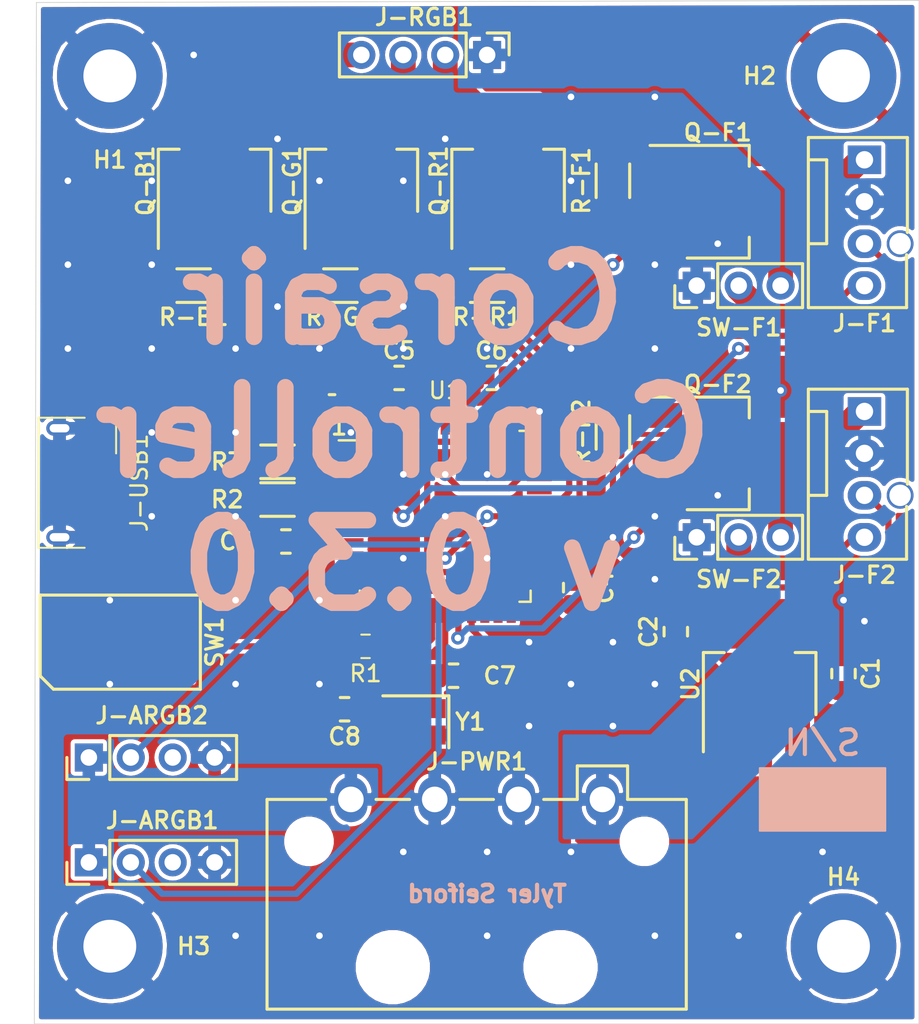
<source format=kicad_pcb>
(kicad_pcb (version 20171130) (host pcbnew "(5.1.2)-2")
  (layers (0 F.Cu signal) (31 B.Cu signal) (34 B.Paste user hide) (35 F.Paste user hide) (36 B.SilkS user) (37 F.SilkS user) (38 B.Mask user hide) (39 F.Mask user hide) (44 Edge.Cuts user))
  (net 0 "")
  (net 1 RAW)
  (net 2 GND)
  (net 3 VCC)
  (net 4 /Microcontroller/UCAP)
  (net 5 /Microcontroller/AREF)
  (net 6 /Microcontroller/XTAL1)
  (net 7 /Microcontroller/XTAL2)
  (net 8 /Microcontroller/UVCC)
  (net 9 D4)
  (net 10 D8)
  (net 11 D5)
  (net 12 D7)
  (net 13 /F1-GND)
  (net 14 D3)
  (net 15 D2)
  (net 16 /F2-GND)
  (net 17 /B-12V)
  (net 18 /G-12V)
  (net 19 /R-12V)
  (net 20 /B)
  (net 21 /F1)
  (net 22 /F1-12V)
  (net 23 /F2)
  (net 24 /F2-12V)
  (net 25 /G)
  (net 26 /R)
  (net 27 RESET)
  (net 28 /Microcontroller/D+)
  (net 29 /Microcontroller/D-)
  (net 30 D13)
  (net 31 D9)
  (net 32 D6)
  (net 33 /5V)
  (net 34 /Microcontroller/D+USB)
  (net 35 /Microcontroller/D-USB)
  (module Package_QFP:TQFP-44_10x10mm_P0.8mm (layer F.Cu) (at 121.92 58.42)
    (fp_text reference U1 (at 0 -7.62) (layer F.SilkS))
    (fp_text value ATmega32U4-AU)
    (pad 44 smd rect (at -4 -5.7 90) (size 1.5 0.55) (layers F.Cu F.Paste F.Mask) (net 3 VCC))
    (pad 43 smd rect (at -3.2 -5.7 90) (size 1.5 0.55) (layers F.Cu F.Paste F.Mask) (net 2 GND))
    (pad 42 smd rect (at -2.4 -5.7 90) (size 1.5 0.55) (layers F.Cu F.Paste F.Mask) (net 5 /Microcontroller/AREF))
    (pad 41 smd rect (at -1.6 -5.7 90) (size 1.5 0.55) (layers F.Cu F.Paste F.Mask))
    (pad 40 smd rect (at -0.8 -5.7 90) (size 1.5 0.55) (layers F.Cu F.Paste F.Mask))
    (pad 39 smd rect (at 0 -5.7 90) (size 1.5 0.55) (layers F.Cu F.Paste F.Mask))
    (pad 38 smd rect (at 0.8 -5.7 90) (size 1.5 0.55) (layers F.Cu F.Paste F.Mask))
    (pad 37 smd rect (at 1.6 -5.7 90) (size 1.5 0.55) (layers F.Cu F.Paste F.Mask))
    (pad 36 smd rect (at 2.4 -5.7 90) (size 1.5 0.55) (layers F.Cu F.Paste F.Mask))
    (pad 35 smd rect (at 3.2 -5.7 90) (size 1.5 0.55) (layers F.Cu F.Paste F.Mask) (net 2 GND))
    (pad 34 smd rect (at 4 -5.7 90) (size 1.5 0.55) (layers F.Cu F.Paste F.Mask) (net 3 VCC))
    (pad 33 smd rect (at 5.7 -4) (size 1.5 0.55) (layers F.Cu F.Paste F.Mask) (net 2 GND))
    (pad 32 smd rect (at 5.7 -3.2) (size 1.5 0.55) (layers F.Cu F.Paste F.Mask) (net 30 D13))
    (pad 31 smd rect (at 5.7 -2.4) (size 1.5 0.55) (layers F.Cu F.Paste F.Mask) (net 11 D5))
    (pad 30 smd rect (at 5.7 -1.6) (size 1.5 0.55) (layers F.Cu F.Paste F.Mask))
    (pad 29 smd rect (at 5.7 -0.8) (size 1.5 0.55) (layers F.Cu F.Paste F.Mask) (net 31 D9))
    (pad 28 smd rect (at 5.7 0) (size 1.5 0.55) (layers F.Cu F.Paste F.Mask) (net 10 D8))
    (pad 27 smd rect (at 5.7 0.8) (size 1.5 0.55) (layers F.Cu F.Paste F.Mask) (net 32 D6))
    (pad 26 smd rect (at 5.7 1.6) (size 1.5 0.55) (layers F.Cu F.Paste F.Mask))
    (pad 25 smd rect (at 5.7 2.4) (size 1.5 0.55) (layers F.Cu F.Paste F.Mask) (net 9 D4))
    (pad 24 smd rect (at 5.7 3.2) (size 1.5 0.55) (layers F.Cu F.Paste F.Mask) (net 3 VCC))
    (pad 23 smd rect (at 5.7 4) (size 1.5 0.55) (layers F.Cu F.Paste F.Mask) (net 2 GND))
    (pad 22 smd rect (at 4 5.7 90) (size 1.5 0.55) (layers F.Cu F.Paste F.Mask))
    (pad 21 smd rect (at 3.2 5.7 90) (size 1.5 0.55) (layers F.Cu F.Paste F.Mask))
    (pad 20 smd rect (at 2.4 5.7 90) (size 1.5 0.55) (layers F.Cu F.Paste F.Mask))
    (pad 19 smd rect (at 1.6 5.7 90) (size 1.5 0.55) (layers F.Cu F.Paste F.Mask) (net 15 D2))
    (pad 18 smd rect (at 0.8 5.7 90) (size 1.5 0.55) (layers F.Cu F.Paste F.Mask) (net 14 D3))
    (pad 17 smd rect (at 0 5.7 90) (size 1.5 0.55) (layers F.Cu F.Paste F.Mask) (net 6 /Microcontroller/XTAL1))
    (pad 16 smd rect (at -0.8 5.7 90) (size 1.5 0.55) (layers F.Cu F.Paste F.Mask) (net 7 /Microcontroller/XTAL2))
    (pad 15 smd rect (at -1.6 5.7 90) (size 1.5 0.55) (layers F.Cu F.Paste F.Mask) (net 2 GND))
    (pad 14 smd rect (at -2.4 5.7 90) (size 1.5 0.55) (layers F.Cu F.Paste F.Mask) (net 3 VCC))
    (pad 13 smd rect (at -3.2 5.7 90) (size 1.5 0.55) (layers F.Cu F.Paste F.Mask) (net 27 RESET))
    (pad 12 smd rect (at -4 5.7 90) (size 1.5 0.55) (layers F.Cu F.Paste F.Mask))
    (pad 11 smd rect (at -5.7 4) (size 1.5 0.55) (layers F.Cu F.Paste F.Mask))
    (pad 10 smd rect (at -5.7 3.2) (size 1.5 0.55) (layers F.Cu F.Paste F.Mask))
    (pad 9 smd rect (at -5.7 2.4) (size 1.5 0.55) (layers F.Cu F.Paste F.Mask))
    (pad 8 smd rect (at -5.7 1.6) (size 1.5 0.55) (layers F.Cu F.Paste F.Mask))
    (pad 7 smd rect (at -5.7 0.8) (size 1.5 0.55) (layers F.Cu F.Paste F.Mask) (net 8 /Microcontroller/UVCC))
    (pad 6 smd rect (at -5.7 0) (size 1.5 0.55) (layers F.Cu F.Paste F.Mask) (net 4 /Microcontroller/UCAP))
    (pad 5 smd rect (at -5.7 -0.8) (size 1.5 0.55) (layers F.Cu F.Paste F.Mask) (net 2 GND))
    (pad 4 smd rect (at -5.7 -1.6) (size 1.5 0.55) (layers F.Cu F.Paste F.Mask) (net 28 /Microcontroller/D+))
    (pad 3 smd rect (at -5.7 -2.4) (size 1.5 0.55) (layers F.Cu F.Paste F.Mask) (net 29 /Microcontroller/D-))
    (pad 2 smd rect (at -5.7 -3.2) (size 1.5 0.55) (layers F.Cu F.Paste F.Mask) (net 8 /Microcontroller/UVCC))
    (pad 1 smd rect (at -5.7 -4) (size 1.5 0.55) (layers F.Cu F.Paste F.Mask) (net 12 D7))
  )
  (module footprints:Crystal_SMD_SeikoEpson_TSX3225-4Pin_3.2x2.5mm (layer F.Cu) (at 120.142 70.866 180)
    (fp_text reference Y1 (at -3.302 0) (layer F.SilkS) (effects (font (thickness 0.1875))))
    (fp_text value Crystal_GND24)
    (pad 4 smd rect (at -1.1 -0.8 180) (size 1.4 1.15) (layers F.Cu F.Paste F.Mask) (net 2 GND))
    (pad 3 smd rect (at 1.1 -0.8 180) (size 1.4 1.15) (layers F.Cu F.Paste F.Mask) (net 7 /Microcontroller/XTAL2))
    (pad 2 smd rect (at 1.1 0.8 180) (size 1.4 1.15) (layers F.Cu F.Paste F.Mask) (net 2 GND))
    (pad 1 smd rect (at -1.1 0.8 180) (size 1.4 1.15) (layers F.Cu F.Paste F.Mask) (net 6 /Microcontroller/XTAL1))
  )
  (module footprints:SOT-223 (layer F.Cu) (at 140.97 68.58 90)
    (fp_text reference U2 (at 0 -4.191 90) (layer F.SilkS) (effects (font (thickness 0.1875))))
    (fp_text value SPX1117)
    (pad 1 smd rect (at -3.65 -2.3 90) (size 3 1.5) (layers F.Cu F.Paste F.Mask) (net 2 GND))
    (pad 3 smd rect (at -3.65 2.3 90) (size 3 1.5) (layers F.Cu F.Paste F.Mask) (net 1 RAW))
    (pad 2 smd rect (at -3.65 0 90) (size 3 1.5) (layers F.Cu F.Paste F.Mask) (net 3 VCC))
    (pad 4 smd rect (at 3.65 0 90) (size 3 3.8) (layers F.Cu F.Paste F.Mask) (net 3 VCC))
  )
  (module footprints:PinHeader_1x03_P2.54mm_Vertical (layer F.Cu) (at 137.16 59.69 90)
    (fp_text reference SW-F2 (at -2.54 2.54 180) (layer F.SilkS) (effects (font (thickness 0.1875))))
    (fp_text value SW_SPDT)
    (pad 3 thru_hole oval (at 0 5.08 90) (size 1.7 1.7) (drill 1) (layers *.Cu *.Mask) (net 24 /F2-12V))
    (pad 2 thru_hole oval (at 0 2.54 90) (size 1.7 1.7) (drill 1) (layers *.Cu *.Mask) (net 16 /F2-GND))
    (pad 1 thru_hole rect (at 0 0 90) (size 1.7 1.7) (drill 1) (layers *.Cu *.Mask) (net 2 GND))
  )
  (module footprints:PinHeader_1x03_P2.54mm_Vertical (layer F.Cu) (at 137.16 44.45 90)
    (fp_text reference SW-F1 (at -2.54 2.54 180) (layer F.SilkS) (effects (font (thickness 0.1875))))
    (fp_text value SW_SPDT)
    (pad 3 thru_hole oval (at 0 5.08 90) (size 1.7 1.7) (drill 1) (layers *.Cu *.Mask) (net 22 /F1-12V))
    (pad 2 thru_hole oval (at 0 2.54 90) (size 1.7 1.7) (drill 1) (layers *.Cu *.Mask) (net 13 /F1-GND))
    (pad 1 thru_hole rect (at 0 0 90) (size 1.7 1.7) (drill 1) (layers *.Cu *.Mask) (net 2 GND))
  )
  (module footprints:PTS_647_SM38_SMTR2_LFS (layer F.Cu) (at 102.235 66.04)
    (fp_text reference SW1 (at 5.715 0 90) (layer F.SilkS) (effects (font (thickness 0.1875))))
    (fp_text value RESET_SWITCH)
    (pad 4 smd rect (at 3.1 1.6) (size 2.5 1.5) (layers F.Cu F.Paste F.Mask) (net 27 RESET))
    (pad 2 smd rect (at 3.1 -1.6) (size 2.5 1.5) (layers F.Cu F.Paste F.Mask) (net 27 RESET))
    (pad 3 smd rect (at -3.1 1.6) (size 2.5 1.5) (layers F.Cu F.Paste F.Mask) (net 2 GND))
    (pad 1 smd rect (at -3.1 -1.6) (size 2.5 1.5) (layers F.Cu F.Paste F.Mask) (net 2 GND))
  )
  (module footprints:R_0805_2012Metric_Pad1.15x1.40mm_HandSolder (layer F.Cu) (at 124.46 44.45 180)
    (fp_text reference R-R1 (at 0 -1.905) (layer F.SilkS) (effects (font (thickness 0.1875))))
    (fp_text value 10)
    (pad 2 smd roundrect (at 1.025 0 180) (size 1.15 1.4) (layers F.Cu F.Paste F.Mask) (roundrect_rratio 0.217) (net 26 /R))
    (pad 1 smd roundrect (at -1.025 0 180) (size 1.15 1.4) (layers F.Cu F.Paste F.Mask) (roundrect_rratio 0.217) (net 32 D6))
  )
  (module footprints:R_0805_2012Metric_Pad1.15x1.40mm_HandSolder (layer F.Cu) (at 115.57 44.45 180)
    (fp_text reference R-G1 (at 0 -1.905) (layer F.SilkS) (effects (font (thickness 0.1875))))
    (fp_text value 10)
    (pad 2 smd roundrect (at 1.025 0 180) (size 1.15 1.4) (layers F.Cu F.Paste F.Mask) (roundrect_rratio 0.217) (net 25 /G))
    (pad 1 smd roundrect (at -1.025 0 180) (size 1.15 1.4) (layers F.Cu F.Paste F.Mask) (roundrect_rratio 0.217) (net 31 D9))
  )
  (module footprints:R_0805_2012Metric_Pad1.15x1.40mm_HandSolder (layer F.Cu) (at 132.08 53.34 90)
    (fp_text reference R-F2 (at 0 -1.905 90) (layer F.SilkS) (effects (font (thickness 0.1875))))
    (fp_text value 10)
    (pad 2 smd roundrect (at 1.025 0 90) (size 1.15 1.4) (layers F.Cu F.Paste F.Mask) (roundrect_rratio 0.217) (net 23 /F2))
    (pad 1 smd roundrect (at -1.025 0 90) (size 1.15 1.4) (layers F.Cu F.Paste F.Mask) (roundrect_rratio 0.217) (net 14 D3))
  )
  (module footprints:R_0805_2012Metric_Pad1.15x1.40mm_HandSolder (layer F.Cu) (at 132.08 38.1 90)
    (fp_text reference R-F1 (at 0 -1.905 90) (layer F.SilkS) (effects (font (thickness 0.1875))))
    (fp_text value 10)
    (pad 2 smd roundrect (at 1.025 0 90) (size 1.15 1.4) (layers F.Cu F.Paste F.Mask) (roundrect_rratio 0.217) (net 21 /F1))
    (pad 1 smd roundrect (at -1.025 0 90) (size 1.15 1.4) (layers F.Cu F.Paste F.Mask) (roundrect_rratio 0.217) (net 11 D5))
  )
  (module footprints:R_0805_2012Metric_Pad1.15x1.40mm_HandSolder (layer F.Cu) (at 106.68 44.45 180)
    (fp_text reference R-B1 (at 0 -1.905) (layer F.SilkS) (effects (font (thickness 0.1875))))
    (fp_text value 10)
    (pad 2 smd roundrect (at 1.025 0 180) (size 1.15 1.4) (layers F.Cu F.Paste F.Mask) (roundrect_rratio 0.217) (net 20 /B))
    (pad 1 smd roundrect (at -1.025 0 180) (size 1.15 1.4) (layers F.Cu F.Paste F.Mask) (roundrect_rratio 0.217) (net 30 D13))
  )
  (module footprints:R_0805_2012Metric_Pad1.15x1.40mm_HandSolder (layer F.Cu) (at 111.76 55.118)
    (fp_text reference R3 (at -3.048 0) (layer F.SilkS) (effects (font (thickness 0.1875))))
    (fp_text value 22)
    (pad 2 smd roundrect (at 1.025 0) (size 1.15 1.4) (layers F.Cu F.Paste F.Mask) (roundrect_rratio 0.217) (net 29 /Microcontroller/D-))
    (pad 1 smd roundrect (at -1.025 0) (size 1.15 1.4) (layers F.Cu F.Paste F.Mask) (roundrect_rratio 0.217) (net 35 /Microcontroller/D-USB))
  )
  (module footprints:R_0805_2012Metric_Pad1.15x1.40mm_HandSolder (layer F.Cu) (at 111.76 57.404 180)
    (fp_text reference R2 (at 3.048 0) (layer F.SilkS) (effects (font (thickness 0.1875))))
    (fp_text value 22)
    (pad 2 smd roundrect (at 1.025 0 180) (size 1.15 1.4) (layers F.Cu F.Paste F.Mask) (roundrect_rratio 0.217) (net 34 /Microcontroller/D+USB))
    (pad 1 smd roundrect (at -1.025 0 180) (size 1.15 1.4) (layers F.Cu F.Paste F.Mask) (roundrect_rratio 0.217) (net 28 /Microcontroller/D+))
  )
  (module Resistor_SMD:R_0805_2012Metric (layer F.Cu) (at 117.094 66.294 180)
    (fp_text reference R1 (at 0 -1.65) (layer F.SilkS))
    (fp_text value 10k)
    (pad 2 smd roundrect (at 0.9375 0 180) (size 0.975 1.4) (layers F.Cu F.Paste F.Mask) (net 27 RESET))
    (pad 1 smd roundrect (at -0.9375 0 180) (size 0.975 1.4) (layers F.Cu F.Paste F.Mask) (net 3 VCC))
  )
  (module footprints:SOT-223 (layer F.Cu) (at 125.73 38.1 90)
    (fp_text reference Q-R1 (at 0 -4.191 90) (layer F.SilkS) (effects (font (thickness 0.1875))))
    (fp_text value Q_NMOS_GDSD)
    (pad 1 smd rect (at -3.65 -2.3 90) (size 3 1.5) (layers F.Cu F.Paste F.Mask) (net 26 /R))
    (pad 3 smd rect (at -3.65 2.3 90) (size 3 1.5) (layers F.Cu F.Paste F.Mask) (net 2 GND))
    (pad 2 smd rect (at -3.65 0 90) (size 3 1.5) (layers F.Cu F.Paste F.Mask) (net 19 /R-12V))
    (pad 4 smd rect (at 3.65 0 90) (size 3 3.8) (layers F.Cu F.Paste F.Mask) (net 19 /R-12V))
  )
  (module footprints:SOT-223 (layer F.Cu) (at 116.84 38.1 90)
    (fp_text reference Q-G1 (at 0 -4.191 90) (layer F.SilkS) (effects (font (thickness 0.1875))))
    (fp_text value Q_NMOS_GDSD)
    (pad 1 smd rect (at -3.65 -2.3 90) (size 3 1.5) (layers F.Cu F.Paste F.Mask) (net 25 /G))
    (pad 3 smd rect (at -3.65 2.3 90) (size 3 1.5) (layers F.Cu F.Paste F.Mask) (net 2 GND))
    (pad 2 smd rect (at -3.65 0 90) (size 3 1.5) (layers F.Cu F.Paste F.Mask) (net 18 /G-12V))
    (pad 4 smd rect (at 3.65 0 90) (size 3 3.8) (layers F.Cu F.Paste F.Mask) (net 18 /G-12V))
  )
  (module footprints:SOT-223 (layer F.Cu) (at 138.43 54.61)
    (fp_text reference Q-F2 (at 0 -4.191) (layer F.SilkS) (effects (font (thickness 0.1875))))
    (fp_text value Q_NMOS_GDSD)
    (pad 1 smd rect (at -3.65 -2.3) (size 3 1.5) (layers F.Cu F.Paste F.Mask) (net 23 /F2))
    (pad 3 smd rect (at -3.65 2.3) (size 3 1.5) (layers F.Cu F.Paste F.Mask) (net 2 GND))
    (pad 2 smd rect (at -3.65 0) (size 3 1.5) (layers F.Cu F.Paste F.Mask) (net 24 /F2-12V))
    (pad 4 smd rect (at 3.65 0) (size 3 3.8) (layers F.Cu F.Paste F.Mask) (net 24 /F2-12V))
  )
  (module footprints:SOT-223 (layer F.Cu) (at 138.43 39.37)
    (fp_text reference Q-F1 (at 0 -4.191) (layer F.SilkS) (effects (font (thickness 0.1875))))
    (fp_text value Q_NMOS_GDSD)
    (pad 1 smd rect (at -3.65 -2.3) (size 3 1.5) (layers F.Cu F.Paste F.Mask) (net 21 /F1))
    (pad 3 smd rect (at -3.65 2.3) (size 3 1.5) (layers F.Cu F.Paste F.Mask) (net 2 GND))
    (pad 2 smd rect (at -3.65 0) (size 3 1.5) (layers F.Cu F.Paste F.Mask) (net 22 /F1-12V))
    (pad 4 smd rect (at 3.65 0) (size 3 3.8) (layers F.Cu F.Paste F.Mask) (net 22 /F1-12V))
  )
  (module footprints:SOT-223 (layer F.Cu) (at 107.95 38.1 90)
    (fp_text reference Q-B1 (at 0 -4.191 90) (layer F.SilkS) (effects (font (thickness 0.1875))))
    (fp_text value Q_NMOS_GDSD)
    (pad 1 smd rect (at -3.65 -2.3 90) (size 3 1.5) (layers F.Cu F.Paste F.Mask) (net 20 /B))
    (pad 3 smd rect (at -3.65 2.3 90) (size 3 1.5) (layers F.Cu F.Paste F.Mask) (net 2 GND))
    (pad 2 smd rect (at -3.65 0 90) (size 3 1.5) (layers F.Cu F.Paste F.Mask) (net 17 /B-12V))
    (pad 4 smd rect (at 3.65 0 90) (size 3 3.8) (layers F.Cu F.Paste F.Mask) (net 17 /B-12V))
  )
  (module footprints:USB_Micro-B (layer F.Cu) (at 98.552 56.388 270)
    (fp_text reference J-USB1 (at 0 -4.826 90) (layer F.SilkS))
    (fp_text value USB_B_Micro)
    (pad 6 smd rect (at 3.2 -2.45 270) (size 1.6 1.4) (layers F.Cu F.Paste F.Mask) (net 2 GND))
    (pad 6 thru_hole oval (at 3.3 0) (size 1.6 0.9) (drill oval 1.2 0.5) (layers *.Cu *.Mask) (net 2 GND))
    (pad 6 smd rect (at 1.325 0) (size 2 1.9) (layers F.Cu F.Paste F.Mask) (net 2 GND))
    (pad 6 smd rect (at -1.325 0) (size 2 1.9) (layers F.Cu F.Paste F.Mask) (net 2 GND))
    (pad 6 thru_hole oval (at -3.3 0) (size 1.6 0.9) (drill oval 1.2 0.5) (layers *.Cu *.Mask) (net 2 GND))
    (pad 5 smd rect (at 1.27 -2.675) (size 1.35 0.4) (layers F.Cu F.Paste F.Mask) (net 2 GND))
    (pad 4 smd rect (at 0.625 -2.675) (size 1.35 0.4) (layers F.Cu F.Paste F.Mask))
    (pad 3 smd rect (at -0.025 -2.675) (size 1.35 0.4) (layers F.Cu F.Paste F.Mask) (net 34 /Microcontroller/D+USB))
    (pad 2 smd rect (at -0.675 -2.675) (size 1.35 0.4) (layers F.Cu F.Paste F.Mask) (net 35 /Microcontroller/D-USB))
    (pad 1 smd rect (at -1.325 -2.675) (size 1.35 0.4) (layers F.Cu F.Paste F.Mask) (net 8 /Microcontroller/UVCC))
    (pad 6 smd rect (at -3.2 -2.45 270) (size 1.6 1.4) (layers F.Cu F.Paste F.Mask) (net 2 GND))
  )
  (module footprints:PinHeader_1x04_P2.54mm_Vertical (layer F.Cu) (at 124.46 30.48 270)
    (fp_text reference J-RGB1 (at -2.286 3.81 180) (layer F.SilkS) (effects (font (thickness 0.1875))))
    (fp_text value Conn_01x04_Male)
    (pad 4 thru_hole oval (at 0 7.62 270) (size 1.7 1.7) (drill 1) (layers *.Cu *.Mask) (net 17 /B-12V))
    (pad 3 thru_hole oval (at 0 5.08 270) (size 1.7 1.7) (drill 1) (layers *.Cu *.Mask) (net 18 /G-12V))
    (pad 2 thru_hole oval (at 0 2.54 270) (size 1.7 1.7) (drill 1) (layers *.Cu *.Mask) (net 19 /R-12V))
    (pad 1 thru_hole rect (at 0 0 270) (size 1.7 1.7) (drill 1) (layers *.Cu *.Mask) (net 1 RAW))
  )
  (module footprints:641737-1 (layer F.Cu) (at 123.825 75.565 180)
    (fp_text reference J-PWR1 (at 0 2.286) (layer F.SilkS) (effects (font (thickness 0.1875))))
    (fp_text value Conn_01x04_Female)
    (pad "" np_thru_hole circle (at -5.08 -10.16 180) (size 4 4) (drill 4) (layers *.Cu *.Mask))
    (pad "" np_thru_hole circle (at 5.08 -10.16 180) (size 4 4) (drill 4) (layers *.Cu *.Mask))
    (pad "" np_thru_hole circle (at -10.16 -2.54 180) (size 2.5 2.5) (drill 2.5) (layers *.Cu *.Mask))
    (pad "" np_thru_hole circle (at 10.16 -2.54 180) (size 2.5 2.5) (drill 2.5) (layers *.Cu *.Mask))
    (pad 4 thru_hole oval (at 7.62 0 180) (size 2 2.75) (drill 1.55) (layers *.Cu *.Mask) (net 33 /5V))
    (pad 3 thru_hole oval (at 2.54 0 180) (size 2 2.75) (drill 1.55) (layers *.Cu *.Mask) (net 2 GND))
    (pad 2 thru_hole oval (at -2.54 0 180) (size 2 2.75) (drill 1.55) (layers *.Cu *.Mask) (net 2 GND))
    (pad 1 thru_hole oval (at -7.62 0 180) (size 2 2.75) (drill 1.55) (layers *.Cu *.Mask) (net 1 RAW))
  )
  (module footprints:0470531000 (layer F.Cu) (at 147.32 52.07 270)
    (fp_text reference J-F2 (at 9.906 0 180) (layer F.SilkS) (effects (font (thickness 0.1875))))
    (fp_text value Conn_01x04_Male)
    (pad "" thru_hole circle (at 5.08 -2.16) (size 1.625 1.625) (drill 1.3) (layers *.Cu *.Mask))
    (pad 4 thru_hole oval (at 7.62 0) (size 2.03 1.73) (drill 1.05) (layers *.Cu *.Mask) (net 14 D3))
    (pad 3 thru_hole oval (at 5.08 0) (size 2.03 1.73) (drill 1.05) (layers *.Cu *.Mask) (net 15 D2))
    (pad 2 thru_hole oval (at 2.54 0) (size 2.03 1.73) (drill 1.05) (layers *.Cu *.Mask) (net 1 RAW))
    (pad 1 thru_hole rect (at 0 0) (size 2.03 1.73) (drill 1.05) (layers *.Cu *.Mask) (net 16 /F2-GND))
  )
  (module footprints:0470531000 (layer F.Cu) (at 147.32 36.83 270)
    (fp_text reference J-F1 (at 9.906 0 180) (layer F.SilkS) (effects (font (thickness 0.1875))))
    (fp_text value Conn_01x04_Male)
    (pad "" thru_hole circle (at 5.08 -2.16) (size 1.625 1.625) (drill 1.3) (layers *.Cu *.Mask))
    (pad 4 thru_hole oval (at 7.62 0) (size 2.03 1.73) (drill 1.05) (layers *.Cu *.Mask) (net 11 D5))
    (pad 3 thru_hole oval (at 5.08 0) (size 2.03 1.73) (drill 1.05) (layers *.Cu *.Mask) (net 12 D7))
    (pad 2 thru_hole oval (at 2.54 0) (size 2.03 1.73) (drill 1.05) (layers *.Cu *.Mask) (net 1 RAW))
    (pad 1 thru_hole rect (at 0 0) (size 2.03 1.73) (drill 1.05) (layers *.Cu *.Mask) (net 13 /F1-GND))
  )
  (module footprints:PinHeader_1x04_P2.54mm_Vertical (layer F.Cu) (at 100.33 73.025 90)
    (fp_text reference J-ARGB2 (at 2.54 3.81 180) (layer F.SilkS) (effects (font (thickness 0.1875))))
    (fp_text value Conn_01x04_Male)
    (pad 4 thru_hole oval (at 0 7.62 90) (size 1.7 1.7) (drill 1) (layers *.Cu *.Mask) (net 2 GND))
    (pad 3 thru_hole oval (at 0 5.08 90) (size 1.7 1.7) (drill 1) (layers *.Cu *.Mask))
    (pad 2 thru_hole oval (at 0 2.54 90) (size 1.7 1.7) (drill 1) (layers *.Cu *.Mask) (net 10 D8))
    (pad 1 thru_hole rect (at 0 0 90) (size 1.7 1.7) (drill 1) (layers *.Cu *.Mask) (net 33 /5V))
  )
  (module footprints:PinHeader_1x04_P2.54mm_Vertical (layer F.Cu) (at 100.33 79.375 90)
    (fp_text reference J-ARGB1 (at 2.54 4.445 180) (layer F.SilkS) (effects (font (thickness 0.1875))))
    (fp_text value Conn_01x04_Male)
    (pad 4 thru_hole oval (at 0 7.62 90) (size 1.7 1.7) (drill 1) (layers *.Cu *.Mask) (net 2 GND))
    (pad 3 thru_hole oval (at 0 5.08 90) (size 1.7 1.7) (drill 1) (layers *.Cu *.Mask))
    (pad 2 thru_hole oval (at 0 2.54 90) (size 1.7 1.7) (drill 1) (layers *.Cu *.Mask) (net 9 D4))
    (pad 1 thru_hole rect (at 0 0 90) (size 1.7 1.7) (drill 1) (layers *.Cu *.Mask) (net 33 /5V))
  )
  (module footprints:MountingHole_3.2mm_M3_Pad (layer F.Cu) (at 146.05 84.455)
    (fp_text reference H4 (at 0 -4.191) (layer F.SilkS) (effects (font (thickness 0.1875))))
    (fp_text value MountingHole)
    (pad 1 thru_hole circle (at 0 0) (size 6.4 6.4) (drill 3.2) (layers *.Cu *.Mask) (net 2 GND))
  )
  (module footprints:MountingHole_3.2mm_M3_Pad (layer F.Cu) (at 101.6 84.455)
    (fp_text reference H3 (at 5.08 0) (layer F.SilkS) (effects (font (thickness 0.1875))))
    (fp_text value MountingHole)
    (pad 1 thru_hole circle (at 0 0) (size 6.4 6.4) (drill 3.2) (layers *.Cu *.Mask) (net 2 GND))
  )
  (module footprints:MountingHole_3.2mm_M3_Pad (layer F.Cu) (at 146.05 31.75)
    (fp_text reference H2 (at -5.08 0) (layer F.SilkS) (effects (font (thickness 0.1875))))
    (fp_text value MountingHole)
    (pad 1 thru_hole circle (at 0 0) (size 6.4 6.4) (drill 3.2) (layers *.Cu *.Mask) (net 2 GND))
  )
  (module footprints:MountingHole_3.2mm_M3_Pad (layer F.Cu) (at 101.6 31.75)
    (fp_text reference H1 (at 0 5.08) (layer F.SilkS) (effects (font (thickness 0.1875))))
    (fp_text value MountingHole)
    (pad 1 thru_hole circle (at 0 0) (size 6.4 6.4) (drill 3.2) (layers *.Cu *.Mask) (net 2 GND))
  )
  (module footprints:Fuse_0603_1608Metric_Pad1.05x0.95mm_HandSolder (layer F.Cu) (at 115.062 51.562 180)
    (fp_text reference F1 (at 0 -1.43) (layer F.SilkS) (effects (font (thickness 0.1875))))
    (fp_text value Polyfuse)
    (pad 2 smd roundrect (at 0.875 0 180) (size 1.05 0.95) (layers F.Cu F.Paste F.Mask) (net 8 /Microcontroller/UVCC))
    (pad 1 smd roundrect (at -0.875 0 180) (size 1.05 0.95) (layers F.Cu F.Paste F.Mask) (net 3 VCC))
  )
  (module footprints:C_0805_2012Metric_Pad1.15x1.40mm_HandSolder (layer F.Cu) (at 115.824 70.104 180)
    (fp_text reference C8 (at 0 -1.65) (layer F.SilkS) (effects (font (thickness 0.1875))))
    (fp_text value 22pF)
    (pad 2 smd roundrect (at 1.025 0 180) (size 1.15 1.4) (layers F.Cu F.Paste F.Mask) (roundrect_rratio 0.217391) (net 2 GND))
    (pad 1 smd roundrect (at -1.025 0 180) (size 1.15 1.4) (layers F.Cu F.Paste F.Mask) (roundrect_rratio 0.217391) (net 7 /Microcontroller/XTAL2))
  )
  (module footprints:C_0805_2012Metric_Pad1.15x1.40mm_HandSolder (layer F.Cu) (at 122.428 68.072)
    (fp_text reference C7 (at 2.794 0) (layer F.SilkS) (effects (font (thickness 0.1875))))
    (fp_text value 22pF)
    (pad 2 smd roundrect (at 1.025 0) (size 1.15 1.4) (layers F.Cu F.Paste F.Mask) (roundrect_rratio 0.217391) (net 2 GND))
    (pad 1 smd roundrect (at -1.025 0) (size 1.15 1.4) (layers F.Cu F.Paste F.Mask) (roundrect_rratio 0.217391) (net 6 /Microcontroller/XTAL1))
  )
  (module footprints:C_0805_2012Metric_Pad1.15x1.40mm_HandSolder (layer F.Cu) (at 124.714 50.038)
    (fp_text reference C6 (at 0 -1.65) (layer F.SilkS) (effects (font (thickness 0.1875))))
    (fp_text value 0.1uF)
    (pad 2 smd roundrect (at 1.025 0) (size 1.15 1.4) (layers F.Cu F.Paste F.Mask) (roundrect_rratio 0.217391) (net 3 VCC))
    (pad 1 smd roundrect (at -1.025 0) (size 1.15 1.4) (layers F.Cu F.Paste F.Mask) (roundrect_rratio 0.217391) (net 2 GND))
  )
  (module footprints:C_0805_2012Metric_Pad1.15x1.40mm_HandSolder (layer F.Cu) (at 119.126 50.038 180)
    (fp_text reference C5 (at 0 1.651) (layer F.SilkS) (effects (font (thickness 0.1875))))
    (fp_text value 0.1uF)
    (pad 2 smd roundrect (at 1.025 0 180) (size 1.15 1.4) (layers F.Cu F.Paste F.Mask) (roundrect_rratio 0.217391) (net 2 GND))
    (pad 1 smd roundrect (at -1.025 0 180) (size 1.15 1.4) (layers F.Cu F.Paste F.Mask) (roundrect_rratio 0.217391) (net 5 /Microcontroller/AREF))
  )
  (module footprints:C_0805_2012Metric_Pad1.15x1.40mm_HandSolder (layer F.Cu) (at 129.794 62.738 90)
    (fp_text reference C4 (at 0 1.778 90) (layer F.SilkS) (effects (font (thickness 0.1875))))
    (fp_text value 1uF)
    (pad 2 smd roundrect (at 1.025 0 90) (size 1.15 1.4) (layers F.Cu F.Paste F.Mask) (roundrect_rratio 0.217391) (net 3 VCC))
    (pad 1 smd roundrect (at -1.025 0 90) (size 1.15 1.4) (layers F.Cu F.Paste F.Mask) (roundrect_rratio 0.217391) (net 2 GND))
  )
  (module footprints:C_0805_2012Metric_Pad1.15x1.40mm_HandSolder (layer F.Cu) (at 112.268 59.944 180)
    (fp_text reference C3 (at 3.048 0) (layer F.SilkS) (effects (font (thickness 0.1875))))
    (fp_text value 1uF)
    (pad 2 smd roundrect (at 1.025 0 180) (size 1.15 1.4) (layers F.Cu F.Paste F.Mask) (roundrect_rratio 0.217391) (net 2 GND))
    (pad 1 smd roundrect (at -1.025 0 180) (size 1.15 1.4) (layers F.Cu F.Paste F.Mask) (roundrect_rratio 0.217391) (net 4 /Microcontroller/UCAP))
  )
  (module footprints:C_0805_2012Metric_Pad1.15x1.40mm_HandSolder (layer F.Cu) (at 135.89 65.405 90)
    (fp_text reference C2 (at 0 -1.65 90) (layer F.SilkS) (effects (font (thickness 0.1875))))
    (fp_text value 10uF)
    (pad 2 smd roundrect (at 1.025 0 90) (size 1.15 1.4) (layers F.Cu F.Paste F.Mask) (roundrect_rratio 0.217391) (net 3 VCC))
    (pad 1 smd roundrect (at -1.025 0 90) (size 1.15 1.4) (layers F.Cu F.Paste F.Mask) (roundrect_rratio 0.217391) (net 2 GND))
  )
  (module footprints:C_0805_2012Metric_Pad1.15x1.40mm_HandSolder (layer F.Cu) (at 146.05 67.945 270)
    (fp_text reference C1 (at 0 -1.65 90) (layer F.SilkS) (effects (font (thickness 0.1875))))
    (fp_text value 10uF)
    (pad 2 smd roundrect (at 1.025 0 270) (size 1.15 1.4) (layers F.Cu F.Paste F.Mask) (roundrect_rratio 0.217391) (net 1 RAW))
    (pad 1 smd roundrect (at -1.025 0 270) (size 1.15 1.4) (layers F.Cu F.Paste F.Mask) (roundrect_rratio 0.217391) (net 2 GND))
  )
  (gr_text S/N (at 144.78 72.136) (layer B.SilkS) (effects (font (size 1.5 1.5) (thickness 0.25)) (justify mirror)))
  (gr_poly (pts (xy 148.59 77.47) (xy 140.97 77.47) (xy 140.97 73.66) (xy 148.59 73.66)) (layer B.SilkS) (width 0.1))
  (gr_text "Tyler Seiford" (at 124.46 81.28) (layer B.SilkS) (effects (font (size 1 1) (thickness 0.25)) (justify mirror)))
  (gr_text "Corsair\nController\nv 0.3.0" (at 119.38 53.34) (layer B.SilkS) (effects (font (size 5 5) (thickness 1)) (justify mirror)))
  (gr_line (start 150.622 89.154) (end 97.028 89.154) (layer Edge.Cuts) (width 0.05))
  (gr_line (start 150.622 89.154) (end 150.622 27.178) (layer Edge.Cuts) (width 0.05))
  (gr_line (start 97.155 27.305) (end 97.028 89.154) (layer Edge.Cuts) (width 0.05))
  (gr_line (start 150.622 27.178) (end 97.155 27.305) (layer Edge.Cuts) (width 0.05))
  (via (at 134.62 43.18) (size 0.8) (drill 0.4) (layers F.Cu B.Cu) (net 2))
  (via (at 134.62 48.26) (size 0.8) (drill 0.4) (layers F.Cu B.Cu) (net 2))
  (via (at 134.62 58.42) (size 0.8) (drill 0.4) (layers F.Cu B.Cu) (net 2))
  (via (at 129.54 48.26) (size 0.8) (drill 0.4) (layers F.Cu B.Cu) (net 2))
  (via (at 129.54 43.18) (size 0.8) (drill 0.4) (layers F.Cu B.Cu) (net 2))
  (via (at 129.54 38.1) (size 0.8) (drill 0.4) (layers F.Cu B.Cu) (net 2))
  (via (at 134.62 33.02) (size 0.8) (drill 0.4) (layers F.Cu B.Cu) (net 2))
  (via (at 119.38 38.1) (size 0.8) (drill 0.4) (layers F.Cu B.Cu) (net 2))
  (via (at 114.3 38.1) (size 0.8) (drill 0.4) (layers F.Cu B.Cu) (net 2))
  (via (at 104.14 38.1) (size 0.8) (drill 0.4) (layers F.Cu B.Cu) (net 2))
  (via (at 99.06 38.1) (size 0.8) (drill 0.4) (layers F.Cu B.Cu) (net 2))
  (via (at 99.06 43.18) (size 0.8) (drill 0.4) (layers F.Cu B.Cu) (net 2))
  (via (at 104.14 43.18) (size 0.8) (drill 0.4) (layers F.Cu B.Cu) (net 2))
  (via (at 99.06 48.26) (size 0.8) (drill 0.4) (layers F.Cu B.Cu) (net 2))
  (via (at 104.14 48.26) (size 0.8) (drill 0.4) (layers F.Cu B.Cu) (net 2))
  (via (at 109.22 48.26) (size 0.8) (drill 0.4) (layers F.Cu B.Cu) (net 2))
  (via (at 114.3 48.26) (size 0.8) (drill 0.4) (layers F.Cu B.Cu) (net 2))
  (via (at 119.38 48.26) (size 0.8) (drill 0.4) (layers F.Cu B.Cu) (net 2))
  (via (at 124.46 48.26) (size 0.8) (drill 0.4) (layers F.Cu B.Cu) (net 2))
  (via (at 109.22 53.34) (size 0.8) (drill 0.4) (layers F.Cu B.Cu) (net 2))
  (via (at 109.22 58.42) (size 0.8) (drill 0.4) (layers F.Cu B.Cu) (net 2))
  (via (at 104.14 58.42) (size 0.8) (drill 0.4) (layers F.Cu B.Cu) (net 2))
  (via (at 109.22 63.5) (size 0.8) (drill 0.4) (layers F.Cu B.Cu) (net 2))
  (via (at 114.3 63.5) (size 0.8) (drill 0.4) (layers F.Cu B.Cu) (net 2))
  (via (at 144.78 78.74) (size 0.8) (drill 0.4) (layers F.Cu B.Cu) (net 2))
  (via (at 139.7 83.82) (size 0.8) (drill 0.4) (layers F.Cu B.Cu) (net 2))
  (via (at 134.62 83.82) (size 0.8) (drill 0.4) (layers F.Cu B.Cu) (net 2))
  (via (at 129.54 78.74) (size 0.8) (drill 0.4) (layers F.Cu B.Cu) (net 2))
  (via (at 124.46 78.74) (size 0.8) (drill 0.4) (layers F.Cu B.Cu) (net 2))
  (via (at 119.38 78.74) (size 0.8) (drill 0.4) (layers F.Cu B.Cu) (net 2))
  (via (at 124.46 83.82) (size 0.8) (drill 0.4) (layers F.Cu B.Cu) (net 2))
  (via (at 114.3 83.82) (size 0.8) (drill 0.4) (layers F.Cu B.Cu) (net 2))
  (via (at 109.22 83.82) (size 0.8) (drill 0.4) (layers F.Cu B.Cu) (net 2))
  (via (at 114.3 68.58) (size 0.8) (drill 0.4) (layers F.Cu B.Cu) (net 2))
  (via (at 109.22 68.58) (size 0.8) (drill 0.4) (layers F.Cu B.Cu) (net 2))
  (via (at 119.38 55.88) (size 0.8) (drill 0.4) (layers F.Cu B.Cu) (net 2))
  (via (at 124.46 55.88) (size 0.8) (drill 0.4) (layers F.Cu B.Cu) (net 2))
  (via (at 124.46 60.96) (size 0.8) (drill 0.4) (layers F.Cu B.Cu) (net 2))
  (via (at 119.38 60.96) (size 0.8) (drill 0.4) (layers F.Cu B.Cu) (net 2))
  (via (at 129.54 33.02) (size 0.8) (drill 0.4) (layers F.Cu B.Cu) (net 2))
  (via (at 104.14 53.34) (size 0.8) (drill 0.4) (layers F.Cu B.Cu) (net 2))
  (via (at 101.6 63.5) (size 0.8) (drill 0.4) (layers F.Cu B.Cu) (net 2))
  (via (at 101.6 68.58) (size 0.8) (drill 0.4) (layers F.Cu B.Cu) (net 2))
  (via (at 127 71.12) (size 0.8) (drill 0.4) (layers F.Cu B.Cu) (net 2))
  (via (at 127 66.04) (size 0.8) (drill 0.4) (layers F.Cu B.Cu) (net 2))
  (via (at 134.62 68.58) (size 0.8) (drill 0.4) (layers F.Cu B.Cu) (net 2))
  (via (at 142.24 50.8) (size 0.8) (drill 0.4) (layers F.Cu B.Cu) (net 2))
  (via (at 111.76 35.56) (size 0.8) (drill 0.4) (layers F.Cu B.Cu) (net 2))
  (via (at 121.92 35.56) (size 0.8) (drill 0.4) (layers F.Cu B.Cu) (net 2))
  (via (at 119.38 45.72) (size 0.8) (drill 0.4) (layers F.Cu B.Cu) (net 2))
  (via (at 111.76 45.72) (size 0.8) (drill 0.4) (layers F.Cu B.Cu) (net 2))
  (via (at 106.68 30.48) (size 0.8) (drill 0.4) (layers F.Cu B.Cu) (net 2))
  (via (at 132.08 59.69) (size 0.8) (drill 0.4) (layers F.Cu B.Cu) (net 2))
  (via (at 134.62 62.23) (size 0.8) (drill 0.4) (layers F.Cu B.Cu) (net 2))
  (via (at 127.635 52.07) (size 0.8) (drill 0.4) (layers F.Cu B.Cu) (net 2))
  (via (at 146.05 63.5) (size 0.8) (drill 0.4) (layers F.Cu B.Cu) (net 2))
  (via (at 147.32 64.77) (size 0.8) (drill 0.4) (layers F.Cu B.Cu) (net 2))
  (via (at 132.08 71.12) (size 0.8) (drill 0.4) (layers F.Cu B.Cu) (net 2))
  (via (at 129.54 68.58) (size 0.8) (drill 0.4) (layers F.Cu B.Cu) (net 2))
  (via (at 132.08 66.04) (size 0.8) (drill 0.4) (layers F.Cu B.Cu) (net 2))
  (via (at 138.43 41.91) (size 0.8) (drill 0.4) (layers F.Cu B.Cu) (net 2))
  (via (at 138.43 57.15) (size 0.8) (drill 0.4) (layers F.Cu B.Cu) (net 2))
  (via (at 116.205 53.34) (size 0.8) (drill 0.4) (layers F.Cu B.Cu) (net 2))
  (via (at 121.92 58.42) (size 0.8) (drill 0.4) (layers F.Cu B.Cu) (net 2))
  (segment (start 129.701 61.62) (end 129.794 61.713) (width 0.375) (layer F.Cu) (net 3))
  (segment (start 127.62 61.62) (end 129.701 61.62) (width 0.375) (layer F.Cu) (net 3))
  (segment (start 116.762 51.562) (end 117.92 52.72) (width 0.3125) (layer F.Cu) (net 3))
  (segment (start 115.937 51.562) (end 116.762 51.562) (width 0.3125) (layer F.Cu) (net 3))
  (segment (start 125.92 50.219) (end 125.739 50.038) (width 0.375) (layer F.Cu) (net 3))
  (segment (start 125.92 52.72) (end 125.92 50.219) (width 0.375) (layer F.Cu) (net 3))
  (segment (start 119.52 65.245) (end 119.52 64.12) (width 0.375) (layer F.Cu) (net 3))
  (segment (start 119.52 65.393) (end 119.52 65.245) (width 0.375) (layer F.Cu) (net 3))
  (segment (start 118.619 66.294) (end 119.52 65.393) (width 0.375) (layer F.Cu) (net 3))
  (segment (start 118.0315 66.294) (end 118.619 66.294) (width 0.375) (layer F.Cu) (net 3))
  (segment (start 125.857499 53.907501) (end 125.92 53.845) (width 0.375) (layer F.Cu) (net 3))
  (segment (start 117.92 53.732502) (end 118.094999 53.907501) (width 0.375) (layer F.Cu) (net 3))
  (segment (start 117.92 52.72) (end 117.92 53.732502) (width 0.375) (layer F.Cu) (net 3))
  (segment (start 125.92 53.845) (end 125.92 52.72) (width 0.375) (layer F.Cu) (net 3))
  (segment (start 121.352499 53.907501) (end 125.857499 53.907501) (width 0.375) (layer F.Cu) (net 3))
  (segment (start 126.495 61.62) (end 127.62 61.62) (width 0.375) (layer F.Cu) (net 3))
  (segment (start 126.317499 61.797501) (end 126.495 61.62) (width 0.375) (layer F.Cu) (net 3))
  (segment (start 120.829997 61.797501) (end 126.317499 61.797501) (width 0.375) (layer F.Cu) (net 3))
  (segment (start 119.52 63.107498) (end 120.829997 61.797501) (width 0.375) (layer F.Cu) (net 3))
  (segment (start 119.52 64.12) (end 119.52 63.107498) (width 0.375) (layer F.Cu) (net 3))
  (segment (start 120.829997 54.019999) (end 120.717499 53.907501) (width 0.375) (layer F.Cu) (net 3))
  (segment (start 120.829997 61.797501) (end 120.829997 54.019999) (width 0.375) (layer F.Cu) (net 3))
  (segment (start 118.094999 53.907501) (end 120.717499 53.907501) (width 0.375) (layer F.Cu) (net 3))
  (segment (start 120.717499 53.907501) (end 121.352499 53.907501) (width 0.375) (layer F.Cu) (net 3))
  (segment (start 114.817 58.42) (end 113.293 59.944) (width 0.375) (layer F.Cu) (net 4))
  (segment (start 116.22 58.42) (end 114.817 58.42) (width 0.375) (layer F.Cu) (net 4))
  (segment (start 119.52 50.669) (end 120.151 50.038) (width 0.375) (layer F.Cu) (net 5))
  (segment (start 119.52 52.72) (end 119.52 50.669) (width 0.375) (layer F.Cu) (net 5))
  (segment (start 121.242 68.233) (end 121.403 68.072) (width 0.375) (layer F.Cu) (net 6))
  (segment (start 121.242 70.066) (end 121.242 68.233) (width 0.375) (layer F.Cu) (net 6))
  (segment (start 121.92 67.555) (end 121.403 68.072) (width 0.375) (layer F.Cu) (net 6))
  (segment (start 121.92 64.12) (end 121.92 67.555) (width 0.375) (layer F.Cu) (net 6))
  (segment (start 121.12 65.833) (end 116.849 70.104) (width 0.375) (layer F.Cu) (net 7))
  (segment (start 121.12 64.12) (end 121.12 65.833) (width 0.375) (layer F.Cu) (net 7))
  (segment (start 118.411 71.666) (end 119.042 71.666) (width 0.375) (layer F.Cu) (net 7))
  (segment (start 116.849 70.104) (end 118.411 71.666) (width 0.375) (layer F.Cu) (net 7))
  (segment (start 117.345 55.22) (end 116.22 55.22) (width 0.375) (layer F.Cu) (net 8))
  (segment (start 117.407501 55.282501) (end 117.345 55.22) (width 0.375) (layer F.Cu) (net 8))
  (segment (start 117.407501 59.045001) (end 117.407501 55.282501) (width 0.375) (layer F.Cu) (net 8))
  (segment (start 117.232502 59.22) (end 117.407501 59.045001) (width 0.375) (layer F.Cu) (net 8))
  (segment (start 116.22 59.22) (end 117.232502 59.22) (width 0.375) (layer F.Cu) (net 8))
  (segment (start 115.095 55.22) (end 114.808 54.933) (width 0.375) (layer F.Cu) (net 8))
  (segment (start 116.22 55.22) (end 115.095 55.22) (width 0.375) (layer F.Cu) (net 8))
  (segment (start 114.808 52.183) (end 114.187 51.562) (width 0.375) (layer F.Cu) (net 8))
  (segment (start 114.808 54.933) (end 114.808 52.183) (width 0.375) (layer F.Cu) (net 8))
  (segment (start 113.562 51.562) (end 114.187 51.562) (width 0.375) (layer F.Cu) (net 8))
  (segment (start 109.758498 51.562) (end 113.562 51.562) (width 0.375) (layer F.Cu) (net 8))
  (segment (start 106.257498 55.063) (end 109.758498 51.562) (width 0.375) (layer F.Cu) (net 8))
  (segment (start 101.227 55.063) (end 106.257498 55.063) (width 0.375) (layer F.Cu) (net 8))
  (via (at 121.92 60.96) (size 0.8) (drill 0.4) (layers F.Cu B.Cu) (net 9))
  (segment (start 121.520001 61.359999) (end 121.92 60.96) (width 0.375) (layer B.Cu) (net 9))
  (segment (start 121.520001 72.657945) (end 121.520001 61.359999) (width 0.375) (layer B.Cu) (net 9))
  (segment (start 112.897946 81.28) (end 121.520001 72.657945) (width 0.375) (layer B.Cu) (net 9))
  (segment (start 122.319999 60.560001) (end 121.92 60.96) (width 0.375) (layer F.Cu) (net 9))
  (segment (start 122.757501 60.122499) (end 122.319999 60.560001) (width 0.375) (layer F.Cu) (net 9))
  (segment (start 125.797499 60.122499) (end 122.757501 60.122499) (width 0.375) (layer F.Cu) (net 9))
  (segment (start 126.495 60.82) (end 125.797499 60.122499) (width 0.375) (layer F.Cu) (net 9))
  (segment (start 127.62 60.82) (end 126.495 60.82) (width 0.375) (layer F.Cu) (net 9))
  (segment (start 104.775 81.28) (end 102.87 79.375) (width 0.375) (layer B.Cu) (net 9))
  (segment (start 112.897946 81.28) (end 104.775 81.28) (width 0.375) (layer B.Cu) (net 9))
  (via (at 124.46 58.42) (size 0.8) (drill 0.4) (layers F.Cu B.Cu) (net 10))
  (segment (start 127.62 58.42) (end 124.46 58.42) (width 0.375) (layer F.Cu) (net 10))
  (segment (start 103.719999 72.175001) (end 102.87 73.025) (width 0.375) (layer B.Cu) (net 10))
  (segment (start 115.772501 60.122499) (end 103.719999 72.175001) (width 0.375) (layer B.Cu) (net 10))
  (segment (start 122.757501 60.122499) (end 115.772501 60.122499) (width 0.375) (layer B.Cu) (net 10))
  (segment (start 124.46 58.42) (end 122.757501 60.122499) (width 0.375) (layer B.Cu) (net 10))
  (via (at 132.08 43.18) (size 0.8) (drill 0.4) (layers F.Cu B.Cu) (net 11))
  (via (at 121.92 55.88) (size 0.8) (drill 0.4) (layers F.Cu B.Cu) (net 11))
  (segment (start 132.08 39.8) (end 132.08 39.125) (width 0.375) (layer F.Cu) (net 11))
  (segment (start 132.08 42.007502) (end 132.08 39.8) (width 0.375) (layer F.Cu) (net 11))
  (segment (start 143.619883 47.487511) (end 137.560009 47.487511) (width 0.375) (layer F.Cu) (net 11))
  (segment (start 146.657394 44.45) (end 143.619883 47.487511) (width 0.375) (layer F.Cu) (net 11))
  (segment (start 147.32 44.45) (end 146.657394 44.45) (width 0.375) (layer F.Cu) (net 11))
  (segment (start 137.560009 47.487511) (end 135.206249 45.133751) (width 0.375) (layer F.Cu) (net 11))
  (segment (start 135.206249 45.133751) (end 133.936249 43.863751) (width 0.375) (layer F.Cu) (net 11))
  (segment (start 121.92 53.34) (end 121.92 55.88) (width 0.375) (layer B.Cu) (net 11))
  (segment (start 132.08 43.18) (end 121.92 53.34) (width 0.375) (layer B.Cu) (net 11))
  (segment (start 132.08 43.18) (end 132.666249 42.593751) (width 0.375) (layer F.Cu) (net 11))
  (segment (start 133.936249 43.863751) (end 132.666249 42.593751) (width 0.375) (layer F.Cu) (net 11))
  (segment (start 132.666249 42.593751) (end 132.08 42.007502) (width 0.375) (layer F.Cu) (net 11))
  (segment (start 122.319999 56.279999) (end 121.92 55.88) (width 0.375) (layer F.Cu) (net 11))
  (segment (start 122.757501 56.717501) (end 122.319999 56.279999) (width 0.375) (layer F.Cu) (net 11))
  (segment (start 125.797499 56.717501) (end 122.757501 56.717501) (width 0.375) (layer F.Cu) (net 11))
  (segment (start 126.495 56.02) (end 125.797499 56.717501) (width 0.375) (layer F.Cu) (net 11))
  (segment (start 127.62 56.02) (end 126.495 56.02) (width 0.375) (layer F.Cu) (net 11))
  (via (at 139.7 48.26) (size 0.8) (drill 0.4) (layers F.Cu B.Cu) (net 12))
  (via (at 119.38 58.42) (size 0.8) (drill 0.4) (layers F.Cu B.Cu) (net 12))
  (segment (start 118.980001 58.020001) (end 119.38 58.42) (width 0.375) (layer F.Cu) (net 12))
  (segment (start 118.542499 57.582499) (end 118.980001 58.020001) (width 0.375) (layer F.Cu) (net 12))
  (segment (start 118.542499 55.533602) (end 118.542499 57.582499) (width 0.375) (layer F.Cu) (net 12))
  (segment (start 117.428897 54.42) (end 118.542499 55.533602) (width 0.375) (layer F.Cu) (net 12))
  (segment (start 116.22 54.42) (end 117.428897 54.42) (width 0.375) (layer F.Cu) (net 12))
  (segment (start 147.47 41.91) (end 147.32 41.91) (width 0.375) (layer F.Cu) (net 12))
  (segment (start 148.77251 43.21251) (end 147.47 41.91) (width 0.375) (layer F.Cu) (net 12))
  (segment (start 148.77251 44.989517) (end 148.77251 43.21251) (width 0.375) (layer F.Cu) (net 12))
  (segment (start 145.502027 48.26) (end 148.77251 44.989517) (width 0.375) (layer F.Cu) (net 12))
  (segment (start 139.7 48.26) (end 145.502027 48.26) (width 0.375) (layer F.Cu) (net 12))
  (segment (start 119.779999 58.020001) (end 119.38 58.42) (width 0.375) (layer B.Cu) (net 12))
  (segment (start 121.082499 56.717501) (end 119.779999 58.020001) (width 0.375) (layer B.Cu) (net 12))
  (segment (start 131.242499 56.717501) (end 121.082499 56.717501) (width 0.375) (layer B.Cu) (net 12))
  (segment (start 139.7 48.26) (end 131.242499 56.717501) (width 0.375) (layer B.Cu) (net 12))
  (segment (start 143.128001 46.300001) (end 145.30499 44.123012) (width 1.5) (layer F.Cu) (net 13))
  (segment (start 139.7 44.45) (end 139.7 44.648002) (width 1.5) (layer F.Cu) (net 13))
  (segment (start 139.7 44.648002) (end 141.351999 46.300001) (width 1.5) (layer F.Cu) (net 13))
  (segment (start 147.072478 36.83) (end 147.32 36.83) (width 1.5) (layer F.Cu) (net 13))
  (segment (start 141.351999 46.300001) (end 143.128001 46.300001) (width 1.5) (layer F.Cu) (net 13))
  (segment (start 145.30499 44.123012) (end 145.30499 38.597488) (width 1.5) (layer F.Cu) (net 13))
  (segment (start 145.30499 38.597488) (end 147.072478 36.83) (width 1.5) (layer F.Cu) (net 13))
  (via (at 122.682 65.786) (size 0.8) (drill 0.4) (layers F.Cu B.Cu) (net 14))
  (via (at 133.35 59.69) (size 0.8) (drill 0.4) (layers F.Cu B.Cu) (net 14))
  (segment (start 132.08 55.04) (end 132.08 54.365) (width 0.375) (layer F.Cu) (net 14))
  (segment (start 132.08 57.247502) (end 132.08 55.04) (width 0.375) (layer F.Cu) (net 14))
  (segment (start 133.35 59.69) (end 133.936249 59.103751) (width 0.375) (layer F.Cu) (net 14))
  (segment (start 137.560009 62.727511) (end 133.936249 59.103751) (width 0.375) (layer F.Cu) (net 14))
  (segment (start 133.936249 59.103751) (end 132.08 57.247502) (width 0.375) (layer F.Cu) (net 14))
  (segment (start 122.72 65.748) (end 122.682 65.786) (width 0.375) (layer F.Cu) (net 14))
  (segment (start 122.72 64.12) (end 122.72 65.748) (width 0.375) (layer F.Cu) (net 14))
  (segment (start 132.950001 60.089999) (end 133.35 59.69) (width 0.375) (layer B.Cu) (net 14))
  (segment (start 127.837501 65.202499) (end 132.950001 60.089999) (width 0.375) (layer B.Cu) (net 14))
  (segment (start 123.265501 65.202499) (end 127.837501 65.202499) (width 0.375) (layer B.Cu) (net 14))
  (segment (start 122.682 65.786) (end 123.265501 65.202499) (width 0.375) (layer B.Cu) (net 14))
  (segment (start 143.619883 62.727511) (end 137.560009 62.727511) (width 0.375) (layer F.Cu) (net 14))
  (segment (start 146.657394 59.69) (end 143.619883 62.727511) (width 0.375) (layer F.Cu) (net 14))
  (segment (start 147.32 59.69) (end 146.657394 59.69) (width 0.375) (layer F.Cu) (net 14))
  (segment (start 148.77251 71.406882) (end 148.77251 58.45251) (width 0.375) (layer F.Cu) (net 15))
  (segment (start 140.386891 79.792501) (end 148.77251 71.406882) (width 0.375) (layer F.Cu) (net 15))
  (segment (start 148.77251 58.45251) (end 147.47 57.15) (width 0.375) (layer F.Cu) (net 15))
  (segment (start 147.47 57.15) (end 147.32 57.15) (width 0.375) (layer F.Cu) (net 15))
  (segment (start 124.92749 66.65249) (end 124.92749 77.17549) (width 0.375) (layer F.Cu) (net 15))
  (segment (start 123.52 64.12) (end 123.52 65.245) (width 0.375) (layer F.Cu) (net 15))
  (segment (start 123.52 65.245) (end 124.92749 66.65249) (width 0.375) (layer F.Cu) (net 15))
  (segment (start 127.544501 79.792501) (end 140.386891 79.792501) (width 0.375) (layer F.Cu) (net 15))
  (segment (start 124.92749 77.17549) (end 127.544501 79.792501) (width 0.375) (layer F.Cu) (net 15))
  (segment (start 147.072478 52.07) (end 147.32 52.07) (width 1.5) (layer F.Cu) (net 16))
  (segment (start 145.30499 59.363012) (end 145.30499 53.837488) (width 1.5) (layer F.Cu) (net 16))
  (segment (start 145.30499 53.837488) (end 147.072478 52.07) (width 1.5) (layer F.Cu) (net 16))
  (segment (start 143.128001 61.540001) (end 145.30499 59.363012) (width 1.5) (layer F.Cu) (net 16))
  (segment (start 140.34792 61.540001) (end 143.128001 61.540001) (width 1.5) (layer F.Cu) (net 16))
  (segment (start 139.7 60.892081) (end 140.34792 61.540001) (width 1.5) (layer F.Cu) (net 16))
  (segment (start 139.7 59.69) (end 139.7 60.892081) (width 1.5) (layer F.Cu) (net 16))
  (segment (start 107.95 41.75) (end 107.95 34.45) (width 1.5) (layer F.Cu) (net 17))
  (segment (start 111.92 30.48) (end 107.95 34.45) (width 1.5) (layer F.Cu) (net 17))
  (segment (start 116.84 30.48) (end 111.92 30.48) (width 1.5) (layer F.Cu) (net 17))
  (segment (start 116.84 41.75) (end 116.84 34.45) (width 1.5) (layer F.Cu) (net 18))
  (segment (start 119.38 31.91) (end 119.38 30.48) (width 1.5) (layer F.Cu) (net 18))
  (segment (start 116.84 34.45) (end 119.38 31.91) (width 1.5) (layer F.Cu) (net 18))
  (segment (start 125.73 41.75) (end 125.73 34.45) (width 1.5) (layer F.Cu) (net 19))
  (segment (start 121.92 31.682081) (end 121.92 30.48) (width 1.5) (layer F.Cu) (net 19))
  (segment (start 124.687919 34.45) (end 121.92 31.682081) (width 1.5) (layer F.Cu) (net 19))
  (segment (start 125.73 34.45) (end 124.687919 34.45) (width 1.5) (layer F.Cu) (net 19))
  (segment (start 105.655 41.755) (end 105.65 41.75) (width 0.375) (layer F.Cu) (net 20))
  (segment (start 105.655 44.45) (end 105.655 41.755) (width 0.375) (layer F.Cu) (net 20))
  (segment (start 134.775 37.075) (end 134.78 37.07) (width 0.375) (layer F.Cu) (net 21))
  (segment (start 132.08 37.075) (end 134.775 37.075) (width 0.375) (layer F.Cu) (net 21))
  (segment (start 134.78 39.37) (end 142.08 39.37) (width 1.5) (layer F.Cu) (net 22))
  (segment (start 142.24 39.53) (end 142.08 39.37) (width 1.5) (layer F.Cu) (net 22))
  (segment (start 142.24 44.45) (end 142.24 39.53) (width 1.5) (layer F.Cu) (net 22))
  (segment (start 134.775 52.315) (end 134.78 52.31) (width 0.375) (layer F.Cu) (net 23))
  (segment (start 132.08 52.315) (end 134.775 52.315) (width 0.375) (layer F.Cu) (net 23))
  (segment (start 142.24 54.77) (end 142.08 54.61) (width 1.5) (layer F.Cu) (net 24))
  (segment (start 142.24 59.69) (end 142.24 54.77) (width 1.5) (layer F.Cu) (net 24))
  (segment (start 134.78 54.61) (end 142.08 54.61) (width 1.5) (layer F.Cu) (net 24))
  (segment (start 114.545 41.755) (end 114.54 41.75) (width 0.375) (layer F.Cu) (net 25))
  (segment (start 114.545 44.45) (end 114.545 41.755) (width 0.375) (layer F.Cu) (net 25))
  (segment (start 123.435 41.755) (end 123.43 41.75) (width 0.375) (layer F.Cu) (net 26))
  (segment (start 123.435 44.45) (end 123.435 41.755) (width 0.375) (layer F.Cu) (net 26))
  (segment (start 105.41 66.294) (end 105.335 66.369) (width 0.375) (layer F.Cu) (net 27))
  (segment (start 116.1565 66.294) (end 105.41 66.294) (width 0.375) (layer F.Cu) (net 27))
  (segment (start 105.335 64.44) (end 105.335 66.369) (width 0.375) (layer F.Cu) (net 27))
  (segment (start 105.335 66.369) (end 105.335 67.64) (width 0.375) (layer F.Cu) (net 27))
  (segment (start 116.1565 65.494) (end 116.1565 66.294) (width 0.3125) (layer F.Cu) (net 27))
  (segment (start 117.545748 62.738) (end 116.1565 64.127248) (width 0.3125) (layer F.Cu) (net 27))
  (segment (start 116.1565 64.127248) (end 116.1565 65.494) (width 0.3125) (layer F.Cu) (net 27))
  (segment (start 118.72 64.12) (end 118.72 63.0575) (width 0.3125) (layer F.Cu) (net 27))
  (segment (start 118.72 63.0575) (end 118.4005 62.738) (width 0.3125) (layer F.Cu) (net 27))
  (segment (start 118.4005 62.738) (end 117.545748 62.738) (width 0.3125) (layer F.Cu) (net 27))
  (segment (start 113.369 56.82) (end 112.785 57.404) (width 0.375) (layer F.Cu) (net 28))
  (segment (start 116.22 56.82) (end 113.369 56.82) (width 0.375) (layer F.Cu) (net 28))
  (segment (start 113.687 56.02) (end 112.785 55.118) (width 0.375) (layer F.Cu) (net 29))
  (segment (start 116.22 56.02) (end 113.687 56.02) (width 0.375) (layer F.Cu) (net 29))
  (segment (start 110.677499 47.422499) (end 107.705 44.45) (width 0.375) (layer F.Cu) (net 30))
  (segment (start 124.870787 47.422499) (end 110.677499 47.422499) (width 0.375) (layer F.Cu) (net 30))
  (segment (start 128.807501 51.359212) (end 124.870787 47.422499) (width 0.375) (layer F.Cu) (net 30))
  (segment (start 128.807501 55.045001) (end 128.807501 51.359212) (width 0.375) (layer F.Cu) (net 30))
  (segment (start 128.632502 55.22) (end 128.807501 55.045001) (width 0.375) (layer F.Cu) (net 30))
  (segment (start 127.62 55.22) (end 128.632502 55.22) (width 0.375) (layer F.Cu) (net 30))
  (segment (start 116.595 44.45) (end 118.942489 46.797489) (width 0.375) (layer F.Cu) (net 31))
  (segment (start 118.942489 46.797489) (end 125.129674 46.797489) (width 0.375) (layer F.Cu) (net 31))
  (segment (start 128.745 57.62) (end 127.62 57.62) (width 0.375) (layer F.Cu) (net 31))
  (segment (start 129.432511 56.932489) (end 128.745 57.62) (width 0.375) (layer F.Cu) (net 31))
  (segment (start 129.432511 51.100325) (end 129.432511 56.932489) (width 0.375) (layer F.Cu) (net 31))
  (segment (start 125.129674 46.797489) (end 129.432511 51.100325) (width 0.375) (layer F.Cu) (net 31))
  (segment (start 125.485 44.45) (end 125.485 46.268918) (width 0.375) (layer F.Cu) (net 32))
  (segment (start 128.745 59.22) (end 127.62 59.22) (width 0.375) (layer F.Cu) (net 32))
  (segment (start 130.057521 57.907479) (end 128.745 59.22) (width 0.375) (layer F.Cu) (net 32))
  (segment (start 125.485 46.268918) (end 130.057521 50.841438) (width 0.375) (layer F.Cu) (net 32))
  (segment (start 130.057521 50.841438) (end 130.057521 57.907479) (width 0.375) (layer F.Cu) (net 32))
  (segment (start 109.694 56.363) (end 110.735 57.404) (width 0.375) (layer F.Cu) (net 34))
  (segment (start 101.227 56.363) (end 109.694 56.363) (width 0.375) (layer F.Cu) (net 34))
  (segment (start 110.14 55.713) (end 110.735 55.118) (width 0.375) (layer F.Cu) (net 35))
  (segment (start 101.227 55.713) (end 110.14 55.713) (width 0.375) (layer F.Cu) (net 35))
  (zone (net 2) (net_name GND) (layer F.Cu) (connect_pads (clearance 0.254)) (min_thickness 0.254) (fill yes (arc_segments 32) (thermal_gap 0.254) (thermal_bridge_width 0.762))
    (polygon (pts (xy 97.282 88.9) (xy 150.368 88.9) (xy 150.368 27.432) (xy 97.282 27.432)))
  )
  (zone (net 2) (net_name GND) (layer B.Cu) (connect_pads (clearance 0.254)) (min_thickness 0.254) (fill yes (arc_segments 32) (thermal_gap 0.254) (thermal_bridge_width 0.762))
    (polygon (pts (xy 150.368 27.432) (xy 97.282 27.432) (xy 97.282 88.9) (xy 150.368 88.9)))
  )
  (zone (net 33) (net_name /5V) (layer B.Cu) (priority 1) (connect_pads (clearance 0.254)) (min_thickness 0.254) (fill yes (arc_segments 32) (thermal_gap 0.254) (thermal_bridge_width 0.762))
    (polygon (pts (xy 99.06 71.882) (xy 99.06 80.518) (xy 101.854 80.518) (xy 101.854 77.47) (xy 116.586 77.47) (xy 117.856 76.2) (xy 117.856 73.66) (xy 101.854 73.66) (xy 101.854 71.882)))
  )
  (zone (net 1) (net_name RAW) (layer F.Cu) (priority 1) (connect_pads (clearance 0.254)) (min_thickness 0.254) (fill yes (arc_segments 32) (thermal_gap 0.254) (thermal_bridge_width 0.762))
    (polygon (pts (xy 129.794 73.152) (xy 129.794 79.502) (xy 140.208 79.502) (xy 147.066 72.644) (xy 147.066 68.072) (xy 144.526 68.072) (xy 142.113 70.485) (xy 142.113 74.041) (xy 133.985 74.041) (xy 133.096 73.152)))
  )
  (zone (net 3) (net_name VCC) (layer F.Cu) (priority 2) (connect_pads (clearance 0.254)) (min_thickness 0.254) (fill yes (arc_segments 32) (thermal_gap 0.254) (thermal_bridge_width 0.762))
    (polygon (pts (xy 128.778 60.706) (xy 132.08 60.706) (xy 134.366 62.992) (xy 143.51 62.992) (xy 143.51 66.548) (xy 141.986 68.072) (xy 141.986 73.914) (xy 139.954 73.914) (xy 139.954 68.58) (xy 136.906 65.532) (xy 133.35 65.532) (xy 130.81 62.992) (xy 128.778 62.992)))
  )
  (zone (net 1) (net_name RAW) (layer B.Cu) (priority 1) (connect_pads (clearance 0.254)) (min_thickness 0.254) (fill yes (arc_segments 32) (thermal_gap 0.254) (thermal_bridge_width 0.762))
    (polygon (pts (xy 150.368 27.432) (xy 150.368 57.15) (xy 145.796 61.722) (xy 145.796 69.088) (xy 136.906 77.978) (xy 129.032 77.978) (xy 129.032 71.628) (xy 134.366 71.628) (xy 142.494 63.5) (xy 142.494 38.608) (xy 136.398 32.512) (xy 122.682 32.512) (xy 122.682 27.432)))
  )
)
</source>
